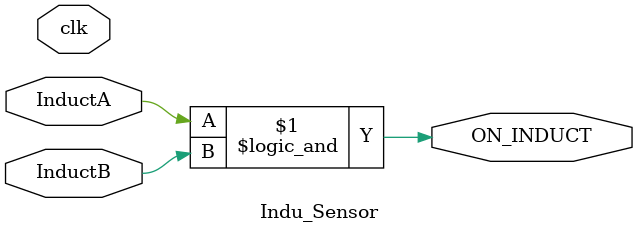
<source format=v>
`timescale 1ns / 1ps


module Indu_Sensor(
input clk,
input InductA, InductB,
output ON_INDUCT
    );
//reg [26:0]count_Indu;
//reg Temp_ON_INDUCT;
//reg CountFlagIND;
//reg HomeSigFlag;
//reg Inductive_SNS;
//initial begin
//count_Indu<=0;
//Temp_ON_INDUCT<=1;
//CountFlagIND<=0;
//HomeSigFlag<=0;
//Inductive_SNS<=1;
//end
//always@(posedge clk)
//begin
//if (InductA&&InductB)begin
//Inductive_SNS<=1;end
//else begin
//Inductive_SNS<=0;end
//if (~CountFlagIND) begin
//    if (FreqState ==12 || FreqState ==13) begin//For LED Module use, WIP
//    HomeSigFlag<=1; end
//end
//if (count_Indu==0 && ~Inductive_SNS && ~reset) begin
//Temp_ON_INDUCT <= 0; end
//else if (~Inductive_SNS&&~reset) begin
//Temp_ON_INDUCT<=0;end
//else if (reset && count_Indu ==0) begin
//Temp_ON_INDUCT <=1;
//CountFlagIND <=1; end
//if (CountFlagIND) begin
//count_Indu<=count_Indu+1; end
//if (count_Indu==1000000000) begin
//CountFlagIND<=0;
//count_Indu<=0;end

//end
assign ON_INDUCT = (InductA&&InductB);
endmodule

</source>
